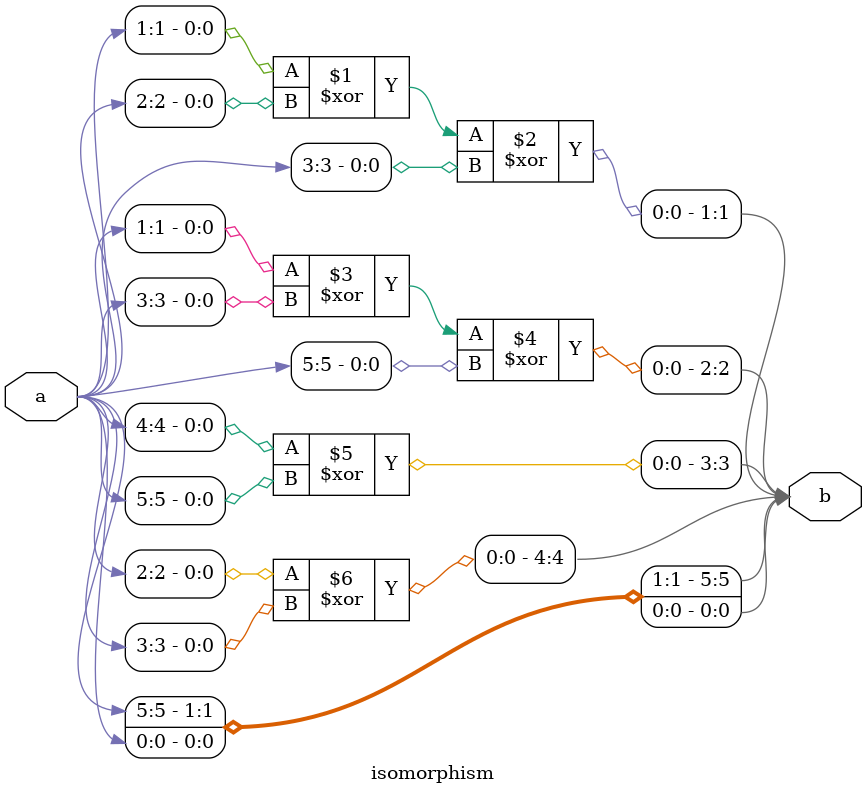
<source format=v>
`timescale 1ns/100ps
module SMS23_38_pp_10_6(x,y);
	 input [5:0] x;
	 output [5:0] y;
	 wire [5:0] w;
	 wire [5:0] p;
	 isomorphism C2 (x,w);
	 power_38 C3 (w,p);
	 inv_isomorphism C4 (p,y);
endmodule

module square_base(a,b);
	 input [1:0] a;
	 output [1:0] b;
	 assign b[0]=a[0]^a[1];
	 assign b[1]=a[1];
endmodule

module add_base(a,b,c);
	 input [1:0] a;
	 input [1:0] b;
	 output [1:0] c;
	 assign c[0]=a[0]^b[0];
	 assign c[1]=a[1]^b[1];
endmodule

module constant_multiplication_base_0(a,b);
	 input [1:0] a;
	 output [1:0] b;
	 assign b[0]=0;
	 assign b[1]=0;
endmodule

module constant_multiplication_base_1(a,b);
	 input [1:0] a;
	 output [1:0] b;
	 assign b[0]=a[0];
	 assign b[1]=a[1];
endmodule

module constant_multiplication_base_2(a,b);
	 input [1:0] a;
	 output [1:0] b;
	 assign b[0]=a[1];
	 assign b[1]=a[0]^a[1];
endmodule

module constant_multiplication_base_3(a,b);
	 input [1:0] a;
	 output [1:0] b;
	 assign b[0]=a[0]^a[1];
	 assign b[1]=a[0];
endmodule

module multiplication_base(a,b,c);
	 input [1:0] a;
	 input [1:0] b;
	 output [1:0] c;
	 wire t;
	 assign t=(a[1]&b[1]);
	 assign c[0]=(a[0]&b[0])^t;
	 assign c[1]=(a[0]&b[1])^(a[1]&b[0])^t;
endmodule

module multi_qube_base(a,b,c);
	 input [1:0] a;
	 input [1:0] b;
	 output [1:0] c;
	 wire t;
	 assign t=a[0]^(~a[0]&a[1]);
	 assign c[0]=t&b[0];
	 assign c[1]=t&b[1];
endmodule

module power_38(a,b);
	 input [5:0] a;
	 output [5:0] b;
	 wire [1:0] x_0;
	 wire [1:0] x_1;
	 wire [1:0] x_2;
	 wire [1:0] x_3;
	 wire [1:0] x_4;
	 wire [1:0] x_5;
	 wire [1:0] x_6;
	 wire [1:0] x_7;
	 wire [1:0] x_8;
	 wire [1:0] x_9;
	 wire [1:0] x_10;
	 wire [1:0] x_11;
	 wire [1:0] x_12;
	 wire [1:0] x_13;
	 wire [1:0] x_14;
	 wire [1:0] y_0;
	 wire [1:0] y_1;
	 wire [1:0] y_2;
	 wire [1:0] y_3;
	 wire [1:0] y_4;
	 wire [1:0] y_5;
	 wire [1:0] w_0_0;
	 wire [1:0] w_0_1;
	 wire [1:0] w_0_2;
	 wire [1:0] w_0_3;
	 wire [1:0] w_0_4;
	 wire [1:0] w_0_5;
	 wire [1:0] w_0_6;
	 wire [1:0] w_0_7;
	 wire [1:0] w_0_8;
	 wire [1:0] w_0_9;
	 wire [1:0] w_0_10;
	 wire [1:0] w_0_11;
	 wire [1:0] w_0_12;
	 wire [1:0] w_0_13;
	 wire [1:0] w_0_14;
	 wire [1:0] w_1_0;
	 wire [1:0] w_1_1;
	 wire [1:0] w_1_2;
	 wire [1:0] w_1_3;
	 wire [1:0] w_1_4;
	 wire [1:0] w_1_5;
	 wire [1:0] w_1_6;
	 wire [1:0] w_1_7;
	 wire [1:0] w_1_8;
	 wire [1:0] w_1_9;
	 wire [1:0] w_1_10;
	 wire [1:0] w_1_11;
	 wire [1:0] w_1_12;
	 wire [1:0] w_1_13;
	 wire [1:0] w_1_14;
	 wire [1:0] w_2_0;
	 wire [1:0] w_2_1;
	 wire [1:0] w_2_2;
	 wire [1:0] w_2_3;
	 wire [1:0] w_2_4;
	 wire [1:0] w_2_5;
	 wire [1:0] w_2_6;
	 wire [1:0] w_2_7;
	 wire [1:0] w_2_8;
	 wire [1:0] w_2_9;
	 wire [1:0] w_2_10;
	 wire [1:0] w_2_11;
	 wire [1:0] w_2_12;
	 wire [1:0] w_2_13;
	 wire [1:0] w_2_14;
	 wire [1:0] z_0_0;
	 wire [1:0] z_0_1;
	 wire [1:0] z_0_2;
	 wire [1:0] z_0_3;
	 wire [1:0] z_0_4;
	 wire [1:0] z_0_5;
	 wire [1:0] z_0_6;
	 wire [1:0] z_0_7;
	 wire [1:0] z_0_8;
	 wire [1:0] z_0_9;
	 wire [1:0] z_0_10;
	 wire [1:0] z_0_11;
	 wire [1:0] z_0_12;
	 wire [1:0] z_0_13;
	 wire [1:0] z_1_0;
	 wire [1:0] z_1_1;
	 wire [1:0] z_1_2;
	 wire [1:0] z_1_3;
	 wire [1:0] z_1_4;
	 wire [1:0] z_1_5;
	 wire [1:0] z_1_6;
	 wire [1:0] z_1_7;
	 wire [1:0] z_1_8;
	 wire [1:0] z_1_9;
	 wire [1:0] z_1_10;
	 wire [1:0] z_1_11;
	 wire [1:0] z_1_12;
	 wire [1:0] z_1_13;
	 wire [1:0] z_2_0;
	 wire [1:0] z_2_1;
	 wire [1:0] z_2_2;
	 wire [1:0] z_2_3;
	 wire [1:0] z_2_4;
	 wire [1:0] z_2_5;
	 wire [1:0] z_2_6;
	 wire [1:0] z_2_7;
	 wire [1:0] z_2_8;
	 wire [1:0] z_2_9;
	 wire [1:0] z_2_10;
	 wire [1:0] z_2_11;
	 wire [1:0] z_2_12;
	 wire [1:0] z_2_13;
	 assign y_0[0]=a[0];
	 assign y_0[1]=a[1];
	 assign y_1[0]=a[2];
	 assign y_1[1]=a[3];
	 assign y_2[0]=a[4];
	 assign y_2[1]=a[5];
	 square_base  SB1 (y_0,x_0);
	 square_base SB2 (y_1,x_1);
	 square_base SB3 (y_2,x_2);
	 multi_qube_base MQB1 (y_1,x_0,x_3);
	 multi_qube_base MQB2 (y_2,x_0,x_4);
	 multi_qube_base MQB3 (y_0,x_1,x_5);
	 multi_qube_base MQB4 (y_2,x_1,x_6);
	 multi_qube_base MQB5 (y_0,x_2,x_7);
	 multi_qube_base MQB6 (y_1,x_2,x_8);
	 multiplication_base MB1 (y_0,y_1,x_9);
	 multiplication_base MB2 (y_0,y_2,x_10);
	 multiplication_base MB3 (y_1,y_2,x_11);
	 multiplication_base MB4 (x_1,x_2,y_3);
	 multiplication_base MB5 (y_0,y_3,x_12);
	 multiplication_base MB6 (x_0,x_2,y_4);
	 multiplication_base MB7 (y_1,y_4,x_13);
	 multiplication_base MB8 (x_0,x_1,y_5);
	 multiplication_base MB9 (y_2,y_5,x_14);
	 constant_multiplication_base_1 MC00 (x_0,w_0_0);
	 constant_multiplication_base_0 MC01 (x_1,w_0_1);
	 constant_multiplication_base_1 MC02 (x_2,w_0_2);
	 constant_multiplication_base_1 MC03 (x_3,w_0_3);
	 constant_multiplication_base_0 MC04 (x_4,w_0_4);
	 constant_multiplication_base_1 MC05 (x_5,w_0_5);
	 constant_multiplication_base_2 MC06 (x_6,w_0_6);
	 constant_multiplication_base_2 MC07 (x_7,w_0_7);
	 constant_multiplication_base_3 MC08 (x_8,w_0_8);
	 constant_multiplication_base_1 MC09 (x_9,w_0_9);
	 constant_multiplication_base_3 MC010 (x_10,w_0_10);
	 constant_multiplication_base_0 MC011 (x_11,w_0_11);
	 constant_multiplication_base_3 MC012 (x_12,w_0_12);
	 constant_multiplication_base_3 MC013 (x_13,w_0_13);
	 constant_multiplication_base_0 MC014 (x_14,w_0_14);
	 constant_multiplication_base_0 MC10 (x_0,w_1_0);
	 constant_multiplication_base_3 MC11 (x_1,w_1_1);
	 constant_multiplication_base_1 MC12 (x_2,w_1_2);
	 constant_multiplication_base_0 MC13 (x_3,w_1_3);
	 constant_multiplication_base_1 MC14 (x_4,w_1_4);
	 constant_multiplication_base_0 MC15 (x_5,w_1_5);
	 constant_multiplication_base_0 MC16 (x_6,w_1_6);
	 constant_multiplication_base_3 MC17 (x_7,w_1_7);
	 constant_multiplication_base_2 MC18 (x_8,w_1_8);
	 constant_multiplication_base_1 MC19 (x_9,w_1_9);
	 constant_multiplication_base_2 MC110 (x_10,w_1_10);
	 constant_multiplication_base_2 MC111 (x_11,w_1_11);
	 constant_multiplication_base_1 MC112 (x_12,w_1_12);
	 constant_multiplication_base_2 MC113 (x_13,w_1_13);
	 constant_multiplication_base_3 MC114 (x_14,w_1_14);
	 constant_multiplication_base_0 MC20 (x_0,w_2_0);
	 constant_multiplication_base_2 MC21 (x_1,w_2_1);
	 constant_multiplication_base_2 MC22 (x_2,w_2_2);
	 constant_multiplication_base_2 MC23 (x_3,w_2_3);
	 constant_multiplication_base_0 MC24 (x_4,w_2_4);
	 constant_multiplication_base_3 MC25 (x_5,w_2_5);
	 constant_multiplication_base_1 MC26 (x_6,w_2_6);
	 constant_multiplication_base_0 MC27 (x_7,w_2_7);
	 constant_multiplication_base_3 MC28 (x_8,w_2_8);
	 constant_multiplication_base_1 MC29 (x_9,w_2_9);
	 constant_multiplication_base_1 MC210 (x_10,w_2_10);
	 constant_multiplication_base_2 MC211 (x_11,w_2_11);
	 constant_multiplication_base_2 MC212 (x_12,w_2_12);
	 constant_multiplication_base_1 MC213 (x_13,w_2_13);
	 constant_multiplication_base_1 MC214 (x_14,w_2_14);
	 add_base AB00 (w_0_0,w_0_1,z_0_0);
	 add_base AB01 (w_0_2,z_0_0,z_0_1);
	 add_base AB02 (w_0_3,z_0_1,z_0_2);
	 add_base AB03 (w_0_4,z_0_2,z_0_3);
	 add_base AB04 (w_0_5,z_0_3,z_0_4);
	 add_base AB05 (w_0_6,z_0_4,z_0_5);
	 add_base AB06 (w_0_7,z_0_5,z_0_6);
	 add_base AB07 (w_0_8,z_0_6,z_0_7);
	 add_base AB08 (w_0_9,z_0_7,z_0_8);
	 add_base AB09 (w_0_10,z_0_8,z_0_9);
	 add_base AB010 (w_0_11,z_0_9,z_0_10);
	 add_base AB011 (w_0_12,z_0_10,z_0_11);
	 add_base AB012 (w_0_13,z_0_11,z_0_12);
	 add_base AB013 (w_0_14,z_0_12,z_0_13);
	 add_base AB10 (w_1_0,w_1_1,z_1_0);
	 add_base AB11 (w_1_2,z_1_0,z_1_1);
	 add_base AB12 (w_1_3,z_1_1,z_1_2);
	 add_base AB13 (w_1_4,z_1_2,z_1_3);
	 add_base AB14 (w_1_5,z_1_3,z_1_4);
	 add_base AB15 (w_1_6,z_1_4,z_1_5);
	 add_base AB16 (w_1_7,z_1_5,z_1_6);
	 add_base AB17 (w_1_8,z_1_6,z_1_7);
	 add_base AB18 (w_1_9,z_1_7,z_1_8);
	 add_base AB19 (w_1_10,z_1_8,z_1_9);
	 add_base AB110 (w_1_11,z_1_9,z_1_10);
	 add_base AB111 (w_1_12,z_1_10,z_1_11);
	 add_base AB112 (w_1_13,z_1_11,z_1_12);
	 add_base AB113 (w_1_14,z_1_12,z_1_13);
	 add_base AB20 (w_2_0,w_2_1,z_2_0);
	 add_base AB21 (w_2_2,z_2_0,z_2_1);
	 add_base AB22 (w_2_3,z_2_1,z_2_2);
	 add_base AB23 (w_2_4,z_2_2,z_2_3);
	 add_base AB24 (w_2_5,z_2_3,z_2_4);
	 add_base AB25 (w_2_6,z_2_4,z_2_5);
	 add_base AB26 (w_2_7,z_2_5,z_2_6);
	 add_base AB27 (w_2_8,z_2_6,z_2_7);
	 add_base AB28 (w_2_9,z_2_7,z_2_8);
	 add_base AB29 (w_2_10,z_2_8,z_2_9);
	 add_base AB210 (w_2_11,z_2_9,z_2_10);
	 add_base AB211 (w_2_12,z_2_10,z_2_11);
	 add_base AB212 (w_2_13,z_2_11,z_2_12);
	 add_base AB213 (w_2_14,z_2_12,z_2_13);
	 assign b[0]=z_0_13[0];
	 assign b[1]=z_0_13[1];
	 assign b[2]=z_1_13[0];
	 assign b[3]=z_1_13[1];
	 assign b[4]=z_2_13[0];
	 assign b[5]=z_2_13[1];
endmodule

module inv_isomorphism(a,b);
	 input [5:0] a;
	 output [5:0] b;
	 assign b[0]=a[0]^a[2]^a[3]^a[4];
	 assign b[1]=a[3]^a[4];
	 assign b[2]=a[0]^a[1]^a[2]^a[4];
	 assign b[3]=a[2]^a[3]^a[4];
	 assign b[4]=a[4]^a[5];
	 assign b[5]=a[0]^a[1]^a[2]^a[4]^a[5];
endmodule

module isomorphism(a,b);
	 input [5:0] a;
	 output [5:0] b;
	 assign b[0]=a[0];
	 assign b[1]=a[1]^a[2]^a[3];
	 assign b[2]=a[1]^a[3]^a[5];
	 assign b[3]=a[4]^a[5];
	 assign b[4]=a[2]^a[3];
	 assign b[5]=a[5];
endmodule


</source>
